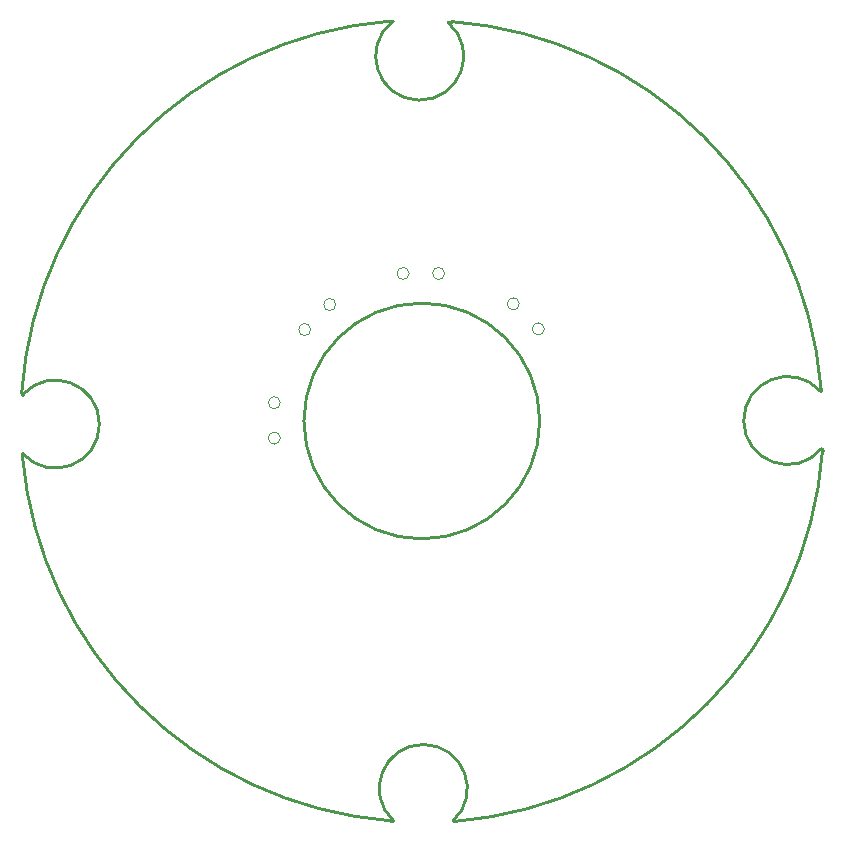
<source format=gko>
G04*
G04 #@! TF.GenerationSoftware,Altium Limited,Altium Designer,18.0.12 (696)*
G04*
G04 Layer_Color=16711935*
%FSLAX25Y25*%
%MOIN*%
G70*
G01*
G75*
%ADD31C,0.01000*%
%ADD34C,0.00197*%
D31*
X121353Y263725D02*
G03*
X139760Y263310I8946J-11623D01*
G01*
X263881Y140431D02*
G03*
X264245Y121307I-10937J-9774D01*
G01*
X141332Y-2872D02*
G03*
X121554Y-2768I-9832J10884D01*
G01*
X-2021Y119615D02*
G03*
X-2084Y139228I10875J9842D01*
G01*
X142007Y-2974D02*
G03*
X264562Y120619I-11007J133474D01*
G01*
X-2132Y118635D02*
G03*
X120405Y-2739I133132J11864D01*
G01*
X264040Y141656D02*
G03*
X141105Y263623I-133040J-11156D01*
G01*
X170294Y130500D02*
G03*
X170294Y130500I-39294J0D01*
G01*
X120402Y263796D02*
G03*
X-2406Y139623I10598J-133296D01*
G01*
X139760Y263310D02*
X140073Y263623D01*
X141105D01*
X121282Y263796D02*
X121353Y263725D01*
X120810Y263796D02*
X121282D01*
X120402D02*
X120810D01*
X264245Y121307D02*
X264562Y120989D01*
Y120619D02*
Y120989D01*
X263881Y140431D02*
X264040Y140589D01*
Y141656D01*
X141434Y-2974D02*
X142007D01*
X120405Y-2739D02*
X121525D01*
X-2132Y119504D02*
X-2021Y119615D01*
X-2132Y118635D02*
Y119504D01*
X-2406Y139550D02*
X-2084Y139228D01*
X-2406Y139550D02*
Y139623D01*
D34*
X171832Y161205D02*
G03*
X171832Y161205I-2008J0D01*
G01*
X163480Y169557D02*
G03*
X163480Y169557I-2008J0D01*
G01*
X102303Y169324D02*
G03*
X102303Y169324I-2008J0D01*
G01*
X93951Y160972D02*
G03*
X93951Y160972I-2008J0D01*
G01*
X138602Y179677D02*
G03*
X138602Y179677I-2008J0D01*
G01*
X126791D02*
G03*
X126791Y179677I-2008J0D01*
G01*
X83831Y136594D02*
G03*
X83831Y136594I-2008J0D01*
G01*
Y124784D02*
G03*
X83831Y124784I-2008J0D01*
G01*
M02*

</source>
